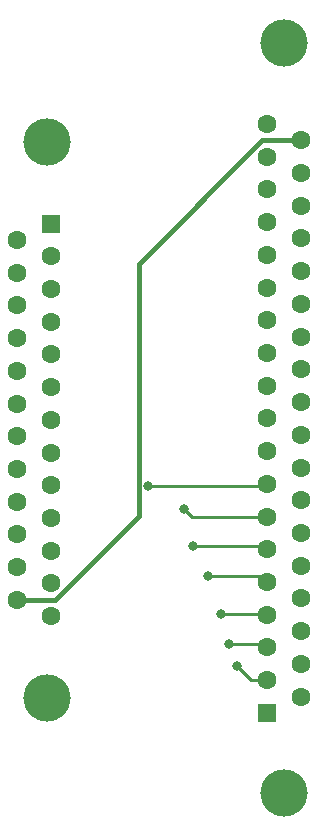
<source format=gbr>
%TF.GenerationSoftware,KiCad,Pcbnew,5.1.9-73d0e3b20d~88~ubuntu18.04.1*%
%TF.CreationDate,2021-09-13T22:15:05-04:00*%
%TF.ProjectId,adapter,61646170-7465-4722-9e6b-696361645f70,rev?*%
%TF.SameCoordinates,Original*%
%TF.FileFunction,Copper,L2,Bot*%
%TF.FilePolarity,Positive*%
%FSLAX46Y46*%
G04 Gerber Fmt 4.6, Leading zero omitted, Abs format (unit mm)*
G04 Created by KiCad (PCBNEW 5.1.9-73d0e3b20d~88~ubuntu18.04.1) date 2021-09-13 22:15:05*
%MOMM*%
%LPD*%
G01*
G04 APERTURE LIST*
%TA.AperFunction,ComponentPad*%
%ADD10C,4.000000*%
%TD*%
%TA.AperFunction,ComponentPad*%
%ADD11C,1.600000*%
%TD*%
%TA.AperFunction,ComponentPad*%
%ADD12R,1.600000X1.600000*%
%TD*%
%TA.AperFunction,ViaPad*%
%ADD13C,0.800000*%
%TD*%
%TA.AperFunction,Conductor*%
%ADD14C,0.400000*%
%TD*%
%TA.AperFunction,Conductor*%
%ADD15C,0.250000*%
%TD*%
G04 APERTURE END LIST*
D10*
%TO.P,J2,0*%
%TO.N,N/C*%
X111825000Y-59675000D03*
X111825000Y-123175000D03*
D11*
%TO.P,J2,37*%
%TO.N,Net-(J1-Pad25)*%
X113245000Y-67880000D03*
%TO.P,J2,36*%
%TO.N,Net-(J2-Pad36)*%
X113245000Y-70650000D03*
%TO.P,J2,35*%
%TO.N,Net-(J2-Pad35)*%
X113245000Y-73420000D03*
%TO.P,J2,34*%
%TO.N,Net-(J2-Pad34)*%
X113245000Y-76190000D03*
%TO.P,J2,33*%
%TO.N,Net-(J2-Pad33)*%
X113245000Y-78960000D03*
%TO.P,J2,32*%
%TO.N,Net-(J2-Pad32)*%
X113245000Y-81730000D03*
%TO.P,J2,31*%
%TO.N,Net-(J2-Pad31)*%
X113245000Y-84500000D03*
%TO.P,J2,30*%
%TO.N,Net-(J2-Pad30)*%
X113245000Y-87270000D03*
%TO.P,J2,29*%
%TO.N,Net-(J2-Pad29)*%
X113245000Y-90040000D03*
%TO.P,J2,28*%
%TO.N,Net-(J2-Pad28)*%
X113245000Y-92810000D03*
%TO.P,J2,27*%
%TO.N,Net-(J2-Pad27)*%
X113245000Y-95580000D03*
%TO.P,J2,26*%
%TO.N,Net-(J2-Pad26)*%
X113245000Y-98350000D03*
%TO.P,J2,25*%
%TO.N,Net-(J2-Pad25)*%
X113245000Y-101120000D03*
%TO.P,J2,24*%
%TO.N,Net-(J2-Pad24)*%
X113245000Y-103890000D03*
%TO.P,J2,23*%
%TO.N,Net-(J2-Pad23)*%
X113245000Y-106660000D03*
%TO.P,J2,22*%
%TO.N,Net-(J2-Pad22)*%
X113245000Y-109430000D03*
%TO.P,J2,21*%
%TO.N,Net-(J2-Pad21)*%
X113245000Y-112200000D03*
%TO.P,J2,20*%
%TO.N,Net-(J2-Pad20)*%
X113245000Y-114970000D03*
%TO.P,J2,19*%
%TO.N,Net-(J2-Pad19)*%
X110405000Y-66495000D03*
%TO.P,J2,18*%
%TO.N,Net-(J2-Pad18)*%
X110405000Y-69265000D03*
%TO.P,J2,17*%
%TO.N,Net-(J2-Pad17)*%
X110405000Y-72035000D03*
%TO.P,J2,16*%
%TO.N,Net-(J2-Pad16)*%
X110405000Y-74805000D03*
%TO.P,J2,15*%
%TO.N,Net-(J2-Pad15)*%
X110405000Y-77575000D03*
%TO.P,J2,14*%
%TO.N,Net-(J2-Pad14)*%
X110405000Y-80345000D03*
%TO.P,J2,13*%
%TO.N,Net-(J2-Pad13)*%
X110405000Y-83115000D03*
%TO.P,J2,12*%
%TO.N,Net-(J2-Pad12)*%
X110405000Y-85885000D03*
%TO.P,J2,11*%
%TO.N,Net-(J2-Pad11)*%
X110405000Y-88655000D03*
%TO.P,J2,10*%
%TO.N,Net-(J2-Pad10)*%
X110405000Y-91425000D03*
%TO.P,J2,9*%
%TO.N,Net-(J2-Pad9)*%
X110405000Y-94195000D03*
%TO.P,J2,8*%
%TO.N,Net-(J1-Pad9)*%
X110405000Y-96965000D03*
%TO.P,J2,7*%
%TO.N,Net-(J1-Pad8)*%
X110405000Y-99735000D03*
%TO.P,J2,6*%
%TO.N,Net-(J1-Pad7)*%
X110405000Y-102505000D03*
%TO.P,J2,5*%
%TO.N,Net-(J1-Pad6)*%
X110405000Y-105275000D03*
%TO.P,J2,4*%
%TO.N,Net-(J1-Pad5)*%
X110405000Y-108045000D03*
%TO.P,J2,3*%
%TO.N,Net-(J1-Pad4)*%
X110405000Y-110815000D03*
%TO.P,J2,2*%
%TO.N,Net-(J1-Pad3)*%
X110405000Y-113585000D03*
D12*
%TO.P,J2,1*%
%TO.N,Net-(J1-Pad2)*%
X110405000Y-116355000D03*
%TD*%
D10*
%TO.P,J1,0*%
%TO.N,Net-(J1-Pad0)*%
X91775000Y-115100000D03*
X91775000Y-68000000D03*
D11*
%TO.P,J1,25*%
%TO.N,Net-(J1-Pad25)*%
X89235000Y-106785000D03*
%TO.P,J1,24*%
%TO.N,Net-(J1-Pad24)*%
X89235000Y-104015000D03*
%TO.P,J1,23*%
%TO.N,Net-(J1-Pad23)*%
X89235000Y-101245000D03*
%TO.P,J1,22*%
%TO.N,Net-(J1-Pad22)*%
X89235000Y-98475000D03*
%TO.P,J1,21*%
%TO.N,Net-(J1-Pad21)*%
X89235000Y-95705000D03*
%TO.P,J1,20*%
%TO.N,Net-(J1-Pad20)*%
X89235000Y-92935000D03*
%TO.P,J1,19*%
%TO.N,Net-(J1-Pad19)*%
X89235000Y-90165000D03*
%TO.P,J1,18*%
%TO.N,Net-(J1-Pad18)*%
X89235000Y-87395000D03*
%TO.P,J1,17*%
%TO.N,Net-(J1-Pad17)*%
X89235000Y-84625000D03*
%TO.P,J1,16*%
%TO.N,Net-(J1-Pad16)*%
X89235000Y-81855000D03*
%TO.P,J1,15*%
%TO.N,Net-(J1-Pad15)*%
X89235000Y-79085000D03*
%TO.P,J1,14*%
%TO.N,Net-(J1-Pad14)*%
X89235000Y-76315000D03*
%TO.P,J1,13*%
%TO.N,Net-(J1-Pad13)*%
X92075000Y-108170000D03*
%TO.P,J1,12*%
%TO.N,Net-(J1-Pad12)*%
X92075000Y-105400000D03*
%TO.P,J1,11*%
%TO.N,Net-(J1-Pad11)*%
X92075000Y-102630000D03*
%TO.P,J1,10*%
%TO.N,Net-(J1-Pad10)*%
X92075000Y-99860000D03*
%TO.P,J1,9*%
%TO.N,Net-(J1-Pad9)*%
X92075000Y-97090000D03*
%TO.P,J1,8*%
%TO.N,Net-(J1-Pad8)*%
X92075000Y-94320000D03*
%TO.P,J1,7*%
%TO.N,Net-(J1-Pad7)*%
X92075000Y-91550000D03*
%TO.P,J1,6*%
%TO.N,Net-(J1-Pad6)*%
X92075000Y-88780000D03*
%TO.P,J1,5*%
%TO.N,Net-(J1-Pad5)*%
X92075000Y-86010000D03*
%TO.P,J1,4*%
%TO.N,Net-(J1-Pad4)*%
X92075000Y-83240000D03*
%TO.P,J1,3*%
%TO.N,Net-(J1-Pad3)*%
X92075000Y-80470000D03*
%TO.P,J1,2*%
%TO.N,Net-(J1-Pad2)*%
X92075000Y-77700000D03*
D12*
%TO.P,J1,1*%
%TO.N,Net-(J1-Pad1)*%
X92075000Y-74930000D03*
%TD*%
D13*
%TO.N,Net-(J1-Pad9)*%
X100330000Y-97155000D03*
%TO.N,Net-(J1-Pad8)*%
X103415000Y-99060000D03*
%TO.N,Net-(J1-Pad7)*%
X104140000Y-102235000D03*
%TO.N,Net-(J1-Pad6)*%
X105410000Y-104775000D03*
%TO.N,Net-(J1-Pad5)*%
X106500000Y-107950000D03*
%TO.N,Net-(J1-Pad4)*%
X107225000Y-110490000D03*
%TO.N,Net-(J1-Pad3)*%
X107860000Y-112395000D03*
%TD*%
D14*
%TO.N,Net-(J1-Pad25)*%
X110013998Y-67880000D02*
X112945000Y-67880000D01*
X99529999Y-78363999D02*
X110013998Y-67880000D01*
X99529999Y-99721003D02*
X99529999Y-78363999D01*
X92466002Y-106785000D02*
X99529999Y-99721003D01*
X89235000Y-106785000D02*
X92466002Y-106785000D01*
D15*
%TO.N,Net-(J1-Pad9)*%
X110215000Y-97155000D02*
X110405000Y-96965000D01*
X100330000Y-97155000D02*
X110215000Y-97155000D01*
%TO.N,Net-(J1-Pad8)*%
X104090000Y-99735000D02*
X110405000Y-99735000D01*
X103415000Y-99060000D02*
X104090000Y-99735000D01*
%TO.N,Net-(J1-Pad7)*%
X110135000Y-102235000D02*
X110405000Y-102505000D01*
X104140000Y-102235000D02*
X110135000Y-102235000D01*
%TO.N,Net-(J1-Pad6)*%
X109905000Y-104775000D02*
X110405000Y-105275000D01*
X105410000Y-104775000D02*
X109905000Y-104775000D01*
%TO.N,Net-(J1-Pad5)*%
X110310000Y-107950000D02*
X110405000Y-108045000D01*
X106500000Y-107950000D02*
X110310000Y-107950000D01*
%TO.N,Net-(J1-Pad4)*%
X110080000Y-110490000D02*
X110405000Y-110815000D01*
X107225000Y-110490000D02*
X110080000Y-110490000D01*
%TO.N,Net-(J1-Pad3)*%
X109050000Y-113585000D02*
X110405000Y-113585000D01*
X107860000Y-112395000D02*
X109050000Y-113585000D01*
%TD*%
M02*

</source>
